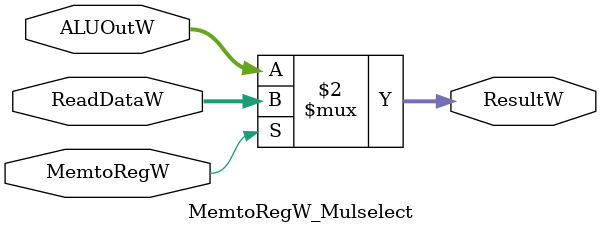
<source format=v>
`timescale 1ns / 1ps
module MemtoRegW_Mulselect(
   input MemtoRegW,
	input [31:0]ReadDataW,
	input [31:0]ALUOutW,
	output [31:0]ResultW
    );
 assign ResultW = (~MemtoRegW)?ALUOutW:ReadDataW;

endmodule

</source>
